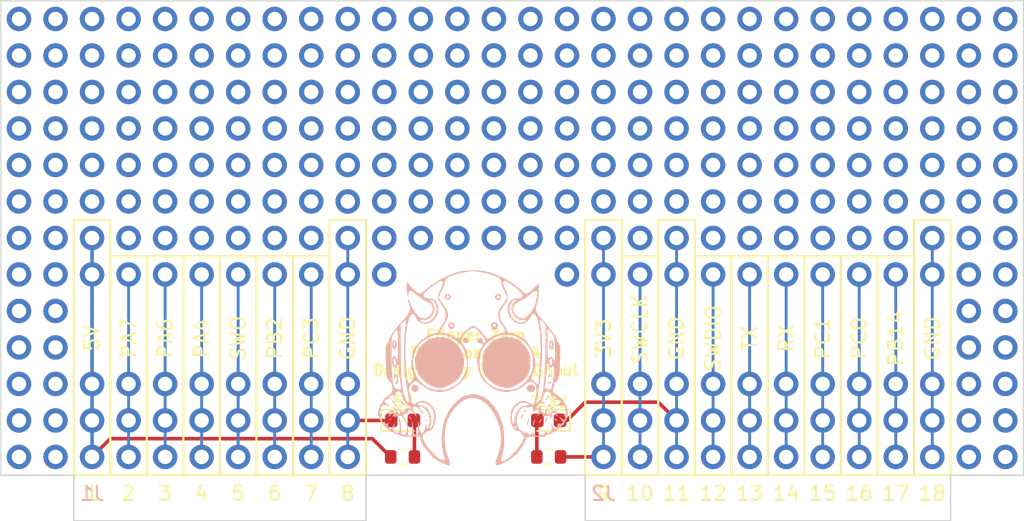
<source format=kicad_pcb>
(kicad_pcb (version 20221018) (generator pcbnew)
  (layers (0 "F.Cu" signal) (31 "B.Cu" signal) (34 "B.Paste" user) (35 "F.Paste" user) (36 "B.SilkS" user "B.Silkscreen") (37 "F.SilkS" user "F.Silkscreen") (38 "B.Mask" user) (39 "F.Mask" user) (44 "Edge.Cuts" user))
  (net 0 "")
  (footprint "Connector_PinSocket_2.54mm:PinSocket_1x01_P2.54mm_Vertical" (layer "F.Cu") (at 66.04 132.08)
    (fp_text reference "REF356" hide)
    (fp_text value "PinSocket_1x01_P2.54mm_Vertical" hide)
  )
  (footprint "Connector_PinSocket_2.54mm:PinSocket_1x01_P2.54mm_Vertical" (layer "F.Cu") (at 114.3 124.46)
    (fp_text reference "REF239" hide)
    (fp_text value "PinSocket_1x01_P2.54mm_Vertical" hide)
  )
  (footprint "Connector_PinSocket_2.54mm:PinSocket_1x01_P2.54mm_Vertical" (layer "F.Cu") (at 83.82 119.38)
    (fp_text reference "REF199" hide)
    (fp_text value "PinSocket_1x01_P2.54mm_Vertical" hide)
  )
  (footprint "Connector_PinSocket_2.54mm:PinSocket_1x01_P2.54mm_Vertical" (layer "F.Cu") (at 71.12 127)
    (fp_text reference "REF122" hide)
    (fp_text value "PinSocket_1x01_P2.54mm_Vertical" hide)
  )
  (footprint "LED_SMD:LED_0603_1608Metric" (layer "F.Cu") (at 90.17 137.16)
    (fp_text reference "D1" hide)
    (fp_text value "LED_0603_1608Metric" hide)
  )
  (footprint "Connector_PinSocket_2.54mm:PinSocket_1x01_P2.54mm_Vertical" (layer "F.Cu") (at 68.58 116.84)
    (fp_text reference "REF169" hide)
    (fp_text value "PinSocket_1x01_P2.54mm_Vertical" hide)
  )
  (footprint "Connector_PinSocket_2.54mm:PinSocket_1x01_P2.54mm_Vertical" (layer "F.Cu") (at 76.2 119.38)
    (fp_text reference "REF196" hide)
    (fp_text value "PinSocket_1x01_P2.54mm_Vertical" hide)
  )
  (footprint "Resistor_SMD:R_0603_1608Metric" (layer "F.Cu") (at 100.33 139.7)
    (fp_text reference "R2" hide)
    (fp_text value "R_0603_1608Metric" hide)
  )
  (footprint "Connector_PinSocket_2.54mm:PinSocket_1x01_P2.54mm_Vertical" (layer "F.Cu") (at 121.92 134.62)
    (fp_text reference "REF267" hide)
    (fp_text value "PinSocket_1x01_P2.54mm_Vertical" hide)
  )
  (footprint "Connector_PinSocket_2.54mm:PinSocket_1x01_P2.54mm_Vertical" (layer "F.Cu") (at 86.36 114.3)
    (fp_text reference "REF152" hide)
    (fp_text value "PinSocket_1x01_P2.54mm_Vertical" hide)
  )
  (footprint "Connector_PinSocket_2.54mm:PinSocket_1x01_P2.54mm_Vertical" (layer "F.Cu") (at 109.22 114.3)
    (fp_text reference "REF161" hide)
    (fp_text value "PinSocket_1x01_P2.54mm_Vertical" hide)
  )
  (footprint "Connector_PinSocket_2.54mm:PinSocket_1x01_P2.54mm_Vertical" (layer "F.Cu") (at 66.04 109.22)
    (fp_text reference "REF338" hide)
    (fp_text value "PinSocket_1x01_P2.54mm_Vertical" hide)
  )
  (footprint "Connector_PinSocket_2.54mm:PinSocket_1x01_P2.54mm_Vertical" (layer "F.Cu") (at 129.54 139.7)
    (fp_text reference "REF327" hide)
    (fp_text value "PinSocket_1x01_P2.54mm_Vertical" hide)
  )
  (footprint "Connector_PinSocket_2.54mm:PinSocket_1x01_P2.54mm_Vertical" (layer "F.Cu") (at 76.2 111.76)
    (fp_text reference "REF124" hide)
    (fp_text value "PinSocket_1x01_P2.54mm_Vertical" hide)
  )
  (footprint "Connector_PinSocket_2.54mm:PinSocket_1x01_P2.54mm_Vertical" (layer "F.Cu") (at 78.74 124.46)
    (fp_text reference "REF239" hide)
    (fp_text value "PinSocket_1x01_P2.54mm_Vertical" hide)
  )
  (footprint "Connector_PinSocket_2.54mm:PinSocket_1x01_P2.54mm_Vertical" (layer "F.Cu") (at 68.58 114.3)
    (fp_text reference "REF145" hide)
    (fp_text value "PinSocket_1x01_P2.54mm_Vertical" hide)
  )
  (footprint "Connector_PinSocket_2.54mm:PinSocket_1x01_P2.54mm_Vertical" (layer "F.Cu") (at 86.36 116.84)
    (fp_text reference "REF176" hide)
    (fp_text value "PinSocket_1x01_P2.54mm_Vertical" hide)
  )
  (footprint "Connector_PinSocket_2.54mm:PinSocket_1x01_P2.54mm_Vertical" (layer "F.Cu") (at 106.68 111.76)
    (fp_text reference "REF136" hide)
    (fp_text value "PinSocket_1x01_P2.54mm_Vertical" hide)
  )
  (footprint "Connector_PinSocket_2.54mm:PinSocket_1x01_P2.54mm_Vertical" (layer "F.Cu") (at 129.54 137.16)
    (fp_text reference "REF324" hide)
    (fp_text value "PinSocket_1x01_P2.54mm_Vertical" hide)
  )
  (footprint "Connector_PinSocket_2.54mm:PinSocket_1x01_P2.54mm_Vertical" (layer "F.Cu") (at 109.22 116.84)
    (fp_text reference "REF185" hide)
    (fp_text value "PinSocket_1x01_P2.54mm_Vertical" hide)
  )
  (footprint "Connector_PinSocket_2.54mm:PinSocket_1x01_P2.54mm_Vertical" (layer "F.Cu") (at 71.12 119.38)
    (fp_text reference "REF194" hide)
    (fp_text value "PinSocket_1x01_P2.54mm_Vertical" hide)
  )
  (footprint "Connector_PinSocket_2.54mm:PinSocket_1x01_P2.54mm_Vertical" (layer "F.Cu") (at 109.22 109.22)
    (fp_text reference "REF113" hide)
    (fp_text value "PinSocket_1x01_P2.54mm_Vertical" hide)
  )
  (footprint "Connector_PinSocket_2.54mm:PinSocket_1x01_P2.54mm_Vertical" (layer "F.Cu") (at 119.38 111.76)
    (fp_text reference "REF141" hide)
    (fp_text value "PinSocket_1x01_P2.54mm_Vertical" hide)
  )
  (footprint "Connector_PinSocket_2.54mm:PinSocket_1x01_P2.54mm_Vertical" (layer "F.Cu") (at 68.58 134.62)
    (fp_text reference "REF240" hide)
    (fp_text value "PinSocket_1x01_P2.54mm_Vertical" hide)
  )
  (footprint "Connector_PinSocket_2.54mm:PinSocket_1x01_P2.54mm_Vertical" (layer "F.Cu") (at 73.66 121.92)
    (fp_text reference "REF219" hide)
    (fp_text value "PinSocket_1x01_P2.54mm_Vertical" hide)
  )
  (footprint "Connector_PinSocket_2.54mm:PinSocket_1x01_P2.54mm_Vertical" (layer "F.Cu") (at 63.5 132.08)
    (fp_text reference "REF355" hide)
    (fp_text value "PinSocket_1x01_P2.54mm_Vertical" hide)
  )
  (footprint "Connector_PinSocket_2.54mm:PinSocket_1x01_P2.54mm_Vertical" (layer "F.Cu") (at 127 121.92)
    (fp_text reference "REF239" hide)
    (fp_text value "PinSocket_1x01_P2.54mm_Vertical" hide)
  )
  (footprint "Connector_PinSocket_2.54mm:PinSocket_1x01_P2.54mm_Vertical" (layer "F.Cu") (at 111.76 116.84)
    (fp_text reference "REF186" hide)
    (fp_text value "PinSocket_1x01_P2.54mm_Vertical" hide)
  )
  (footprint "Connector_PinSocket_2.54mm:PinSocket_1x01_P2.54mm_Vertical" (layer "F.Cu") (at 101.6 127)
    (fp_text reference "REF245" hide)
    (fp_text value "PinSocket_1x01_P2.54mm_Vertical" hide)
  )
  (footprint "Connector_PinSocket_2.54mm:PinSocket_1x01_P2.54mm_Vertical" (layer "F.Cu") (at 119.38 121.92)
    (fp_text reference "REF237" hide)
    (fp_text value "PinSocket_1x01_P2.54mm_Vertical" hide)
  )
  (footprint "Connector_PinSocket_2.54mm:PinSocket_1x01_P2.54mm_Vertical" (layer "F.Cu") (at 127 134.62)
    (fp_text reference "REF269" hide)
    (fp_text value "PinSocket_1x01_P2.54mm_Vertical" hide)
  )
  (footprint "Connector_PinSocket_2.54mm:PinSocket_1x01_P2.54mm_Vertical" (layer "F.Cu") (at 83.82 121.92)
    (fp_text reference "REF223" hide)
    (fp_text value "PinSocket_1x01_P2.54mm_Vertical" hide)
  )
  (footprint "Connector_PinSocket_2.54mm:PinSocket_1x01_P2.54mm_Vertical" (layer "F.Cu") (at 81.28 116.84)
    (fp_text reference "REF174" hide)
    (fp_text value "PinSocket_1x01_P2.54mm_Vertical" hide)
  )
  (footprint "Connector_PinSocket_2.54mm:PinSocket_1x01_P2.54mm_Vertical" (layer "F.Cu") (at 88.9 116.84)
    (fp_text reference "REF177" hide)
    (fp_text value "PinSocket_1x01_P2.54mm_Vertical" hide)
  )
  (footprint "Connector_PinSocket_2.54mm:PinSocket_1x01_P2.54mm_Vertical" (layer "F.Cu") (at 83.82 109.22)
    (fp_text reference "REF103" hide)
    (fp_text value "PinSocket_1x01_P2.54mm_Vertical" hide)
  )
  (footprint "Connector_PinSocket_2.54mm:PinSocket_1x01_P2.54mm_Vertical" (layer "F.Cu") (at 124.46 111.76)
    (fp_text reference "REF143" hide)
    (fp_text value "PinSocket_1x01_P2.54mm_Vertical" hide)
  )
  (footprint "Connector_PinSocket_2.54mm:PinSocket_1x01_P2.54mm_Vertical" (layer "F.Cu") (at 68.58 127)
    (fp_text reference "REF121" hide)
    (fp_text value "PinSocket_1x01_P2.54mm_Vertical" hide)
  )
  (footprint "Connector_PinSocket_2.54mm:PinSocket_1x01_P2.54mm_Vertical" (layer "F.Cu") (at 111.76 134.62)
    (fp_text reference "REF263" hide)
    (fp_text value "PinSocket_1x01_P2.54mm_Vertical" hide)
  )
  (footprint "Connector_PinSocket_2.54mm:PinSocket_1x01_P2.54mm_Vertical" (layer "F.Cu") (at 101.6 121.92)
    (fp_text reference "REF230" hide)
    (fp_text value "PinSocket_1x01_P2.54mm_Vertical" hide)
  )
  (footprint "Connector_PinSocket_2.54mm:PinSocket_1x01_P2.54mm_Vertical" (layer "F.Cu") (at 121.92 121.92)
    (fp_text reference "REF238" hide)
    (fp_text value "PinSocket_1x01_P2.54mm_Vertical" hide)
  )
  (footprint "Connector_PinSocket_2.54mm:PinSocket_1x01_P2.54mm_Vertical" (layer "F.Cu") (at 129.54 129.54)
    (fp_text reference "REF315" hide)
    (fp_text value "PinSocket_1x01_P2.54mm_Vertical" hide)
  )
  (footprint "Connector_PinSocket_2.54mm:PinSocket_1x01_P2.54mm_Vertical" (layer "F.Cu") (at 63.5 109.22)
    (fp_text reference "REF337" hide)
    (fp_text value "PinSocket_1x01_P2.54mm_Vertical" hide)
  )
  (footprint "Connector_PinSocket_2.54mm:PinSocket_1x01_P2.54mm_Vertical" (layer "F.Cu") (at 66.04 114.3)
    (fp_text reference "REF342" hide)
    (fp_text value "PinSocket_1x01_P2.54mm_Vertical" hide)
  )
  (footprint "Connector_PinSocket_2.54mm:PinSocket_1x01_P2.54mm_Vertical" (layer "F.Cu") (at 129.54 119.38)
    (fp_text reference "REF303" hide)
    (fp_text value "PinSocket_1x01_P2.54mm_Vertical" hide)
  )
  (footprint "Connector_PinSocket_2.54mm:PinSocket_1x01_P2.54mm_Vertical" (layer "F.Cu") (at 129.54 124.46)
    (fp_text reference "REF309" hide)
    (fp_text value "PinSocket_1x01_P2.54mm_Vertical" hide)
  )
  (footprint "Connector_PinSocket_2.54mm:PinSocket_1x01_P2.54mm_Vertical" (layer "F.Cu") (at 109.22 134.62)
    (fp_text reference "REF262" hide)
    (fp_text value "PinSocket_1x01_P2.54mm_Vertical" hide)
  )
  (footprint "Connector_PinSocket_2.54mm:PinSocket_1x01_P2.54mm_Vertical" (layer "F.Cu") (at 71.12 121.92)
    (fp_text reference "REF218" hide)
    (fp_text value "PinSocket_1x01_P2.54mm_Vertical" hide)
  )
  (footprint "Connector_PinSocket_2.54mm:PinSocket_1x01_P2.54mm_Vertical" (layer "F.Cu") (at 63.5 119.38)
    (fp_text reference "REF345" hide)
    (fp_text value "PinSocket_1x01_P2.54mm_Vertical" hide)
  )
  (footprint "Connector_PinSocket_2.54mm:PinSocket_1x01_P2.54mm_Vertical" (layer "F.Cu") (at 129.54 109.22)
    (fp_text reference "REF291" hide)
    (fp_text value "PinSocket_1x01_P2.54mm_Vertical" hide)
  )
  (footprint "Connector_PinSocket_2.54mm:PinSocket_1x01_P2.54mm_Vertical" (layer "F.Cu") (at 66.04 129.54)
    (fp_text reference "REF354" hide)
    (fp_text value "PinSocket_1x01_P2.54mm_Vertical" hide)
  )
  (footprint "Connector_PinSocket_2.54mm:PinSocket_1x01_P2.54mm_Vertical" (layer "F.Cu") (at 71.12 109.22)
    (fp_text reference "REF98" hide)
    (fp_text value "PinSocket_1x01_P2.54mm_Vertical" hide)
  )
  (footprint "Connector_PinSocket_2.54mm:PinSocket_1x01_P2.54mm_Vertical" (layer "F.Cu") (at 66.04 137.16)
    (fp_text reference "REF360" hide)
    (fp_text value "PinSocket_1x01_P2.54mm_Vertical" hide)
  )
  (footprint "Connector_PinSocket_2.54mm:PinSocket_1x01_P2.54mm_Vertical" (layer "F.Cu") (at 86.36 134.62)
    (fp_text reference "REF252" hide)
    (fp_text value "PinSocket_1x01_P2.54mm_Vertical" hide)
  )
  (footprint "Connector_PinSocket_2.54mm:PinSocket_1x01_P2.54mm_Vertical" (layer "F.Cu") (at 129.54 116.84)
    (fp_text reference "REF300" hide)
    (fp_text value "PinSocket_1x01_P2.54mm_Vertical" hide)
  )
  (footprint "Connector_PinSocket_2.54mm:PinSocket_1x01_P2.54mm_Vertical" (layer "F.Cu") (at 86.36 121.92)
    (fp_text reference "REF239" hide)
    (fp_text value "PinSocket_1x01_P2.54mm_Vertical" hide)
  )
  (footprint "Connector_PinSocket_2.54mm:PinSocket_1x01_P2.54mm_Vertical" (layer "F.Cu") (at 132.08 111.76)
    (fp_text reference "REF295" hide)
    (fp_text value "PinSocket_1x01_P2.54mm_Vertical" hide)
  )
  (footprint "Connector_PinSocket_2.54mm:PinSocket_1x01_P2.54mm_Vertical" (layer "F.Cu") (at 119.38 114.3)
    (fp_text reference "REF165" hide)
    (fp_text value "PinSocket_1x01_P2.54mm_Vertical" hide)
  )
  (footprint "Connector_PinSocket_2.54mm:PinSocket_1x01_P2.54mm_Vertical" (layer "F.Cu") (at 111.76 127)
    (fp_text reference "REF186" hide)
    (fp_text value "PinSocket_1x01_P2.54mm_Vertical" hide)
  )
  (footprint "Connector_PinSocket_2.54mm:PinSocket_1x01_P2.54mm_Vertical" (layer "F.Cu") (at 81.28 111.76)
    (fp_text reference "REF126" hide)
    (fp_text value "PinSocket_1x01_P2.54mm_Vertical" hide)
  )
  (footprint "Connector_PinSocket_2.54mm:PinSocket_1x01_P2.54mm_Vertical" (layer "F.Cu") (at 78.74 119.38)
    (fp_text reference "REF197" hide)
    (fp_text value "PinSocket_1x01_P2.54mm_Vertical" hide)
  )
  (footprint "Connector_PinSocket_2.54mm:PinSocket_1x01_P2.54mm_Vertical" (layer "F.Cu") (at 68.58 119.38)
    (fp_text reference "REF193" hide)
    (fp_text value "PinSocket_1x01_P2.54mm_Vertical" hide)
  )
  (footprint "Connector_PinSocket_2.54mm:PinSocket_1x01_P2.54mm_Vertical" (layer "F.Cu") (at 99.06 116.84)
    (fp_text reference "REF181" hide)
    (fp_text value "PinSocket_1x01_P2.54mm_Vertical" hide)
  )
  (footprint "Connector_PinSocket_2.54mm:PinSocket_1x01_P2.54mm_Vertical" (layer "F.Cu") (at 106.68 124.46)
    (fp_text reference "REF239" hide)
    (fp_text value "PinSocket_1x01_P2.54mm_Vertical" hide)
  )
  (footprint "Connector_PinSocket_2.54mm:PinSocket_1x01_P2.54mm_Vertical" (layer "F.Cu") (at 66.04 116.84)
    (fp_text reference "REF344" hide)
    (fp_text value "PinSocket_1x01_P2.54mm_Vertical" hide)
  )
  (footprint "Connector_PinSocket_2.54mm:PinSocket_1x01_P2.54mm_Vertical" (layer "F.Cu") (at 101.6 109.22)
    (fp_text reference "REF110" hide)
    (fp_text value "PinSocket_1x01_P2.54mm_Vertical" hide)
  )
  (footprint "Connector_PinSocket_2.54mm:PinSocket_1x01_P2.54mm_Vertical" (layer "F.Cu") (at 68.58 111.76)
    (fp_text reference "REF121" hide)
    (fp_text value "PinSocket_1x01_P2.54mm_Vertical" hide)
  )
  (footprint "Connector_PinSocket_2.54mm:PinSocket_1x01_P2.54mm_Vertical" (layer "F.Cu") (at 76.2 124.46)
    (fp_text reference "REF239" hide)
    (fp_text value "PinSocket_1x01_P2.54mm_Vertical" hide)
  )
  (footprint "Connector_PinSocket_2.54mm:PinSocket_1x01_P2.54mm_Vertical" (layer "F.Cu") (at 119.38 134.62)
    (fp_text reference "REF266" hide)
    (fp_text value "PinSocket_1x01_P2.54mm_Vertical" hide)
  )
  (footprint "Connector_PinSocket_2.54mm:PinSocket_1x01_P2.54mm_Vertical" (layer "F.Cu") (at 111.76 119.38)
    (fp_text reference "REF210" hide)
    (fp_text value "PinSocket_1x01_P2.54mm_Vertical" hide)
  )
  (footprint "Connector_PinSocket_2.54mm:PinSocket_1x01_P2.54mm_Vertical" (layer "F.Cu") (at 104.14 134.62)
    (fp_text reference "REF240" hide)
    (fp_text value "PinSocket_1x01_P2.54mm_Vertical" hide)
  )
  (footprint "Connector_PinSocket_2.54mm:PinSocket_1x01_P2.54mm_Vertical" (layer "F.Cu") (at 124.46 134.62)
    (fp_text reference "REF268" hide)
    (fp_text value "PinSocket_1x01_P2.54mm_Vertical" hide)
  )
  (footprint "Connector_PinSocket_2.54mm:PinSocket_1x01_P2.54mm_Vertical" (layer "F.Cu") (at 81.28 121.92)
    (fp_text reference "REF222" hide)
    (fp_text value "PinSocket_1x01_P2.54mm_Vertical" hide)
  )
  (footprint "Connector_PinSocket_2.54mm:PinSocket_1x01_P2.54mm_Vertical" (layer "F.Cu") (at 129.54 121.92)
    (fp_text reference "REF306" hide)
    (fp_text value "PinSocket_1x01_P2.54mm_Vertical" hide)
  )
  (footprint "Connector_PinSocket_2.54mm:PinSocket_1x01_P2.54mm_Vertical" (layer "F.Cu") (at 111.76 121.92)
    (fp_text reference "REF234" hide)
    (fp_text value "PinSocket_1x01_P2.54mm_Vertical" hide)
  )
  (footprint "Connector_PinSocket_2.54mm:PinSocket_1x01_P2.54mm_Vertical" (layer "F.Cu") (at 124.46 127)
    (fp_text reference "REF191" hide)
    (fp_text value "PinSocket_1x01_P2.54mm_Vertical" hide)
  )
  (footprint "Connector_PinSocket_2.54mm:PinSocket_1x01_P2.54mm_Vertical" (layer "F.Cu") (at 71.12 124.46)
    (fp_text reference "REF239" hide)
    (fp_text value "PinSocket_1x01_P2.54mm_Vertical" hide)
  )
  (footprint "Connector_PinSocket_2.54mm:PinSocket_1x01_P2.54mm_Vertical" (layer "F.Cu") (at 119.38 116.84)
    (fp_text reference "REF189" hide)
    (fp_text value "PinSocket_1x01_P2.54mm_Vertical" hide)
  )
  (footprint "Connector_PinSocket_2.54mm:PinSocket_1x01_P2.54mm_Vertical" (layer "F.Cu") (at 76.2 134.62)
    (fp_text reference "REF248" hide)
    (fp_text value "PinSocket_1x01_P2.54mm_Vertical" hide)
  )
  (footprint "Connector_PinSocket_2.54mm:PinSocket_1x01_P2.54mm_Vertical" (layer "F.Cu") (at 99.06 119.38)
    (fp_text reference "REF205" hide)
    (fp_text value "PinSocket_1x01_P2.54mm_Vertical" hide)
  )
  (footprint "Connector_PinSocket_2.54mm:PinSocket_1x01_P2.54mm_Vertical" (layer "F.Cu") (at 114.3 119.38)
    (fp_text reference "REF211" hide)
    (fp_text value "PinSocket_1x01_P2.54mm_Vertical" hide)
  )
  (footprint "Connector_PinSocket_2.54mm:PinSocket_1x01_P2.54mm_Vertical" (layer "F.Cu") (at 121.92 109.22)
    (fp_text reference "REF118" hide)
    (fp_text value "PinSocket_1x01_P2.54mm_Vertical" hide)
  )
  (footprint "Connector_PinSocket_2.54mm:PinSocket_1x01_P2.54mm_Vertical" (layer "F.Cu") (at 116.84 124.46)
    (fp_text reference "REF239" hide)
    (fp_text value "PinSocket_1x01_P2.54mm_Vertical" hide)
  )
  (footprint "Connector_PinSocket_2.54mm:PinSocket_1x01_P2.54mm_Vertical" (layer "F.Cu") (at 76.2 121.92)
    (fp_text reference "REF220" hide)
    (fp_text value "PinSocket_1x01_P2.54mm_Vertical" hide)
  )
  (footprint "Connector_PinSocket_2.54mm:PinSocket_1x01_P2.54mm_Vertical" (layer "F.Cu") (at 93.98 116.84)
    (fp_text reference "REF179" hide)
    (fp_text value "PinSocket_1x01_P2.54mm_Vertical" hide)
  )
  (footprint "Connector_PinSocket_2.54mm:PinSocket_1x01_P2.54mm_Vertical" (layer "F.Cu") (at 78.74 121.92)
    (fp_text reference "REF221" hide)
    (fp_text value "PinSocket_1x01_P2.54mm_Vertical" hide)
  )
  (footprint "Resistor_SMD:R_0603_1608Metric" (layer "F.Cu") (at 90.17 139.7)
    (fp_text reference "R1" hide)
    (fp_text value "R_0603_1608Metric" hide)
  )
  (footprint "Connector_PinSocket_2.54mm:PinSocket_1x01_P2.54mm_Vertical" (layer "F.Cu") (at 132.08 132.08)
    (fp_text reference "REF319" hide)
    (fp_text value "PinSocket_1x01_P2.54mm_Vertical" hide)
  )
  (footprint "Connector_PinSocket_2.54mm:PinSocket_1x01_P2.54mm_Vertical" (layer "F.Cu") (at 101.6 116.84)
    (fp_text reference "REF182" hide)
    (fp_text value "PinSocket_1x01_P2.54mm_Vertical" hide)
  )
  (footprint "Connector_PinSocket_2.54mm:PinSocket_1x01_P2.54mm_Vertical" (layer "F.Cu") (at 66.04 134.62)
    (fp_text reference "REF358" hide)
    (fp_text value "PinSocket_1x01_P2.54mm_Vertical" hide)
  )
  (footprint "Connector_PinSocket_2.54mm:PinSocket_1x01_P2.54mm_Vertical" (layer "F.Cu") (at 109.22 127)
    (fp_text reference "REF185" hide)
    (fp_text value "PinSocket_1x01_P2.54mm_Vertical" hide)
  )
  (footprint "Connector_PinSocket_2.54mm:PinSocket_1x01_P2.54mm_Vertical" (layer "F.Cu") (at 96.52 111.76)
    (fp_text reference "REF132" hide)
    (fp_text value "PinSocket_1x01_P2.54mm_Vertical" hide)
  )
  (footprint "Connector_PinSocket_2.54mm:PinSocket_1x01_P2.54mm_Vertical" (layer "F.Cu") (at 119.38 137.16)
    (fp_text reference "REF276" hide)
    (fp_text value "PinSocket_1x01_P2.54mm_Vertical" hide)
  )
  (footprint "Connector_PinSocket_2.54mm:PinSocket_1x01_P2.54mm_Vertical" (layer "F.Cu") (at 132.08 124.46)
    (fp_text reference "REF310" hide)
    (fp_text value "PinSocket_1x01_P2.54mm_Vertical" hide)
  )
  (footprint "Connector_PinSocket_2.54mm:PinSocket_1x01_P2.54mm_Vertical" (layer "F.Cu") (at 124.46 119.38)
    (fp_text reference "REF215" hide)
    (fp_text value "PinSocket_1x01_P2.54mm_Vertical" hide)
  )
  (footprint "Connector_PinSocket_2.54mm:PinSocket_1x01_P2.54mm_Vertical" (layer "F.Cu") (at 109.22 137.16)
    (fp_text reference "REF272" hide)
    (fp_text value "PinSocket_1x01_P2.54mm_Vertical" hide)
  )
  (footprint "Connector_PinSocket_2.54mm:PinSocket_1x01_P2.54mm_Vertical" (layer "F.Cu") (at 106.68 127)
    (fp_text reference "REF184" hide)
    (fp_text value "PinSocket_1x01_P2.54mm_Vertical" hide)
  )
  (footprint "Connector_PinSocket_2.54mm:PinSocket_1x01_P2.54mm_Vertical" (layer "F.Cu") (at 63.5 139.7)
    (fp_text reference "REF361" hide)
    (fp_text value "PinSocket_1x01_P2.54mm_Vertical" hide)
  )
  (footprint "Connector_PinSocket_2.54mm:PinSocket_1x01_P2.54mm_Vertical" (layer "F.Cu") (at 68.58 137.16)
    (fp_text reference "REF253" hide)
    (fp_text value "PinSocket_1x01_P2.54mm_Vertical" hide)
  )
  (footprint "Connector_PinSocket_2.54mm:PinSocket_1x01_P2.54mm_Vertical" (layer "F.Cu") (at 109.22 124.46)
    (fp_text reference "REF233" hide)
    (fp_text value "PinSocket_1x01_P2.54mm_Vertical" hide)
  )
  (footprint "Connector_PinSocket_2.54mm:PinSocket_1x01_P2.54mm_Vertical" (layer "F.Cu") (at 127 124.46)
    (fp_text reference "REF240" hide)
    (fp_text value "PinSocket_1x01_P2.54mm_Vertical" hide)
  )
  (footprint "Connector_PinSocket_2.54mm:PinSocket_1x01_P2.54mm_Vertical" (layer "F.Cu") (at 129.54 127)
    (fp_text reference "REF312" hide)
    (fp_text value "PinSocket_1x01_P2.54mm_Vertical" hide)
  )
  (footprint "Connector_PinSocket_2.54mm:PinSocket_1x01_P2.54mm_Vertical" (layer "F.Cu") (at 73.66 137.16)
    (fp_text reference "REF255" hide)
    (fp_text value "PinSocket_1x01_P2.54mm_Vertical" hide)
  )
  (footprint "Connector_PinSocket_2.54mm:PinSocket_1x01_P2.54mm_Vertical" (layer "F.Cu") (at 91.44 109.22)
    (fp_text reference "REF106" hide)
    (fp_text value "PinSocket_1x01_P2.54mm_Vertical" hide)
  )
  (footprint "Connector_PinSocket_2.54mm:PinSocket_1x01_P2.54mm_Vertical" (layer "F.Cu") (at 129.54 134.62)
    (fp_text reference "REF321" hide)
    (fp_text value "PinSocket_1x01_P2.54mm_Vertical" hide)
  )
  (footprint "Connector_PinSocket_2.54mm:PinSocket_1x01_P2.54mm_Vertical" (layer "F.Cu") (at 71.12 111.76)
    (fp_text reference "REF122" hide)
    (fp_text value "PinSocket_1x01_P2.54mm_Vertical" hide)
  )
  (footprint "Connector_PinSocket_2.54mm:PinSocket_1x01_P2.54mm_Vertical" (layer "F.Cu") (at 93.98 124.46)
    (fp_text reference "REF242" hide)
    (fp_text value "PinSocket_1x01_P2.54mm_Vertical" hide)
  )
  (footprint "Connector_PinSocket_2.54mm:PinSocket_1x01_P2.54mm_Vertical" (layer "F.Cu") (at 116.84 119.38)
    (fp_text reference "REF212" hide)
    (fp_text value "PinSocket_1x01_P2.54mm_Vertical" hide)
  )
  (footprint "Connector_PinSocket_2.54mm:PinSocket_1x01_P2.54mm_Vertical" (layer "F.Cu") (at 114.3 137.16)
    (fp_text reference "REF274" hide)
    (fp_text value "PinSocket_1x01_P2.54mm_Vertical" hide)
  )
  (footprint "Connector_PinSocket_2.54mm:PinSocket_1x01_P2.54mm_Vertical" (layer "F.Cu") (at 101.6 124.46)
    (fp_text reference "REF245" hide)
    (fp_text value "PinSocket_1x01_P2.54mm_Vertical" hide)
  )
  (footprint "Connector_PinSocket_2.54mm:PinSocket_1x01_P2.54mm_Vertical" (layer "F.Cu") (at 78.74 114.3)
    (fp_text reference "REF149" hide)
    (fp_text value "PinSocket_1x01_P2.54mm_Vertical" hide)
  )
  (footprint "Connector_PinSocket_2.54mm:PinSocket_1x01_P2.54mm_Vertical" (layer "F.Cu") (at 73.66 111.76)
    (fp_text reference "REF123" hide)
    (fp_text value "PinSocket_1x01_P2.54mm_Vertical" hide)
  )
  (footprint "Connector_PinSocket_2.54mm:PinSocket_1x01_P2.54mm_Vertical" (layer "F.Cu") (at 119.38 109.22)
    (fp_text reference "REF117" hide)
    (fp_text value "PinSocket_1x01_P2.54mm_Vertical" hide)
  )
  (footprint "Connector_PinSocket_2.54mm:PinSocket_1x01_P2.54mm_Vertical" (layer "F.Cu") (at 81.28 127)
    (fp_text reference "REF126" hide)
    (fp_text value "PinSocket_1x01_P2.54mm_Vertical" hide)
  )
  (footprint "Connector_PinSocket_2.54mm:PinSocket_1x01_P2.54mm_Vertical" (layer "F.Cu") (at 96.52 116.84)
    (fp_text reference "REF180" hide)
    (fp_text value "PinSocket_1x01_P2.54mm_Vertical" hide)
  )
  (footprint "Connector_PinSocket_2.54mm:PinSocket_1x01_P2.54mm_Vertical" (layer "F.Cu") (at 99.06 121.92)
    (fp_text reference "REF229" hide)
    (fp_text value "PinSocket_1x01_P2.54mm_Vertical" hide)
  )
  (footprint "Connector_PinSocket_2.54mm:PinSocket_1x01_P2.54mm_Vertical" (layer "F.Cu") (at 106.68 137.16)
    (fp_text reference "REF271" hide)
    (fp_text value "PinSocket_1x01_P2.54mm_Vertical" hide)
  )
  (footprint "Connector_PinSocket_2.54mm:PinSocket_1x01_P2.54mm_Vertical" (layer "F.Cu") (at 124.46 114.3)
    (fp_text reference "REF167" hide)
    (fp_text value "PinSocket_1x01_P2.54mm_Vertical" hide)
  )
  (footprint "Connector_PinSocket_2.54mm:PinSocket_1x01_P2.54mm_Vertical" (layer "F.Cu") (at 132.08 109.22)
    (fp_text reference "REF292" hide)
    (fp_text value "PinSocket_1x01_P2.54mm_Vertical" hide)
  )
  (footprint "Connector_PinSocket_2.54mm:PinSocket_1x01_P2.54mm_Vertical" (layer "F.Cu") (at 63.5 116.84)
    (fp_text reference "REF343" hide)
    (fp_text value "PinSocket_1x01_P2.54mm_Vertical" hide)
  )
  (footprint "Connector_PinSocket_2.54mm:PinSocket_1x01_P2.54mm_Vertical" (layer "F.Cu") (at 83.82 116.84)
    (fp_text reference "REF175" hide)
    (fp_text value "PinSocket_1x01_P2.54mm_Vertical" hide)
  )
  (footprint "Connector_PinSocket_2.54mm:PinSocket_1x01_P2.54mm_Vertical" (layer "F.Cu") (at 81.28 134.62)
    (fp_text reference "REF250" hide)
    (fp_text value "PinSocket_1x01_P2.54mm_Vertical" hide)
  )
  (footprint "Connector_PinSocket_2.54mm:PinSocket_1x01_P2.54mm_Vertical" (layer "F.Cu") (at 99.06 114.3)
    (fp_text reference "REF157" hide)
    (fp_text value "PinSocket_1x01_P2.54mm_Vertical" hide)
  )
  (footprint "Connector_PinSocket_2.54mm:PinSocket_1x01_P2.54mm_Vertical" (layer "F.Cu") (at 114.3 134.62)
    (fp_text reference "REF264" hide)
    (fp_text value "PinSocket_1x01_P2.54mm_Vertical" hide)
  )
  (footprint "Connector_PinSocket_2.54mm:PinSocket_1x01_P2.54mm_Vertical" (layer "F.Cu") (at 104.14 119.38)
    (fp_text reference "REF207" hide)
    (fp_text value "PinSocket_1x01_P2.54mm_Vertical" hide)
  )
  (footprint "Connector_PinSocket_2.54mm:PinSocket_1x01_P2.54mm_Vertical" (layer "F.Cu") (at 96.52 121.92)
    (fp_text reference "REF228" hide)
    (fp_text value "PinSocket_1x01_P2.54mm_Vertical" hide)
  )
  (footprint "Connector_PinSocket_2.54mm:PinSocket_1x01_P2.54mm_Vertical" (layer "F.Cu") (at 71.12 137.16)
    (fp_text reference "REF254" hide)
    (fp_text value "PinSocket_1x01_P2.54mm_Vertical" hide)
  )
  (footprint "Connector_PinSocket_2.54mm:PinSocket_1x01_P2.54mm_Vertical" (layer "F.Cu") (at 78.74 116.84)
    (fp_text reference "REF173" hide)
    (fp_text value "PinSocket_1x01_P2.54mm_Vertical" hide)
  )
  (footprint "Connector_PinSocket_2.54mm:PinSocket_1x01_P2.54mm_Vertical" (layer "F.Cu") (at 68.58 109.22)
    (fp_text reference "REF97" hide)
    (fp_text value "PinSocket_1x01_P2.54mm_Vertical" hide)
  )
  (footprint "Connector_PinSocket_2.54mm:PinSocket_1x01_P2.54mm_Vertical" (layer "F.Cu") (at 106.68 121.92)
    (fp_text reference "REF232" hide)
    (fp_text value "PinSocket_1x01_P2.54mm_Vertical" hide)
  )
  (footprint "Connector_PinSocket_2.54mm:PinSocket_1x01_P2.54mm_Vertical" (layer "F.Cu") (at 86.36 137.16)
    (fp_text reference "REF260" hide)
    (fp_text value "PinSocket_1x01_P2.54mm_Vertical" hide)
  )
  (footprint "Connector_PinSocket_2.54mm:PinSocket_1x01_P2.54mm_Vertical" (layer "F.Cu") (at 127 127)
    (fp_text reference "REF192" hide)
    (fp_text value "PinSocket_1x01_P2.54mm_Vertical" hide)
  )
  (footprint "Connector_PinSocket_2.54mm:PinSocket_1x01_P2.54mm_Vertical" (layer "F.Cu") (at 101.6 114.3)
    (fp_text reference "REF158" hide)
    (fp_text value "PinSocket_1x01_P2.54mm_Vertical" hide)
  )
  (footprint "Connector_PinSocket_2.54mm:PinSocket_1x01_P2.54mm_Vertical" (layer "F.Cu") (at 99.06 124.46)
    (fp_text reference "REF244" hide)
    (fp_text value "PinSocket_1x01_P2.54mm_Vertical" hide)
  )
  (footprint "Connector_PinSocket_2.54mm:PinSocket_1x01_P2.54mm_Vertical" (layer "F.Cu") (at 132.08 127)
    (fp_text reference "REF313" hide)
    (fp_text value "PinSocket_1x01_P2.54mm_Vertical" hide)
  )
  (footprint "Connector_PinSocket_2.54mm:PinSocket_1x01_P2.54mm_Vertical" (layer "F.Cu") (at 96.52 114.3)
    (fp_text reference "REF156" hide)
    (fp_text value "PinSocket_1x01_P2.54mm_Vertical" hide)
  )
  (footprint "Connector_PinSocket_2.54mm:PinSocket_1x01_P2.54mm_Vertical" (layer "F.Cu") (at 114.3 121.92)
    (fp_text reference "REF235" hide)
    (fp_text value "PinSocket_1x01_P2.54mm_Vertical" hide)
  )
  (footprint "Connector_PinSocket_2.54mm:PinSocket_1x01_P2.54mm_Vertical" (layer "F.Cu") (at 68.58 124.46)
    (fp_text reference "REF217" hide)
    (fp_text value "PinSocket_1x01_P2.54mm_Vertical" hide)
  )
  (footprint "Connector_PinSocket_2.54mm:PinSocket_1x01_P2.54mm_Vertical" (layer "F.Cu") (at 88.9 109.22)
    (fp_text reference "REF105" hide)
    (fp_text value "PinSocket_1x01_P2.54mm_Vertical" hide)
  )
  (footprint "Connector_PinSocket_2.54mm:PinSocket_1x01_P2.54mm_Vertical" (layer "F.Cu") (at 81.28 124.46)
    (fp_text reference "REF239" hide)
    (fp_text value "PinSocket_1x01_P2.54mm_Vertical" hide)
  )
  (footprint "Connector_PinSocket_2.54mm:PinSocket_1x01_P2.54mm_Vertical" (layer "F.Cu") (at 124.46 116.84)
    (fp_text reference "REF191" hide)
    (fp_text value "PinSocket_1x01_P2.54mm_Vertical" hide)
  )
  (footprint "Connector_PinSocket_2.54mm:PinSocket_1x01_P2.54mm_Vertical" (layer "F.Cu") (at 99.06 111.76)
    (fp_text reference "REF133" hide)
    (fp_text value "PinSocket_1x01_P2.54mm_Vertical" hide)
  )
  (footprint "Connector_PinSocket_2.54mm:PinSocket_1x01_P2.54mm_Vertical" (layer "F.Cu") (at 91.44 114.3)
    (fp_text reference "REF154" hide)
    (fp_text value "PinSocket_1x01_P2.54mm_Vertical" hide)
  )
  (footprint "Connector_PinSocket_2.54mm:PinSocket_1x01_P2.54mm_Vertical" (layer "F.Cu") (at 124.46 137.16)
    (fp_text reference "REF278" hide)
    (fp_text value "PinSocket_1x01_P2.54mm_Vertical" hide)
  )
  (footprint "Connector_PinSocket_2.54mm:PinSocket_1x01_P2.54mm_Vertical" (layer "F.Cu") (at 132.08 116.84)
    (fp_text reference "REF301" hide)
    (fp_text value "PinSocket_1x01_P2.54mm_Vertical" hide)
  )
  (footprint "Connector_PinSocket_2.54mm:PinSocket_1x01_P2.54mm_Vertical" (layer "F.Cu") (at 127 116.84)
    (fp_text reference "REF192" hide)
    (fp_text value "PinSocket_1x01_P2.54mm_Vertical" hide)
  )
  (footprint "Connector_PinSocket_2.54mm:PinSocket_1x01_P2.54mm_Vertical" (layer "F.Cu") (at 88.9 121.92)
    (fp_text reference "REF225" hide)
    (fp_text value "PinSocket_1x01_P2.54mm_Vertical" hide)
  )
  (footprint "Connector_PinSocket_2.54mm:PinSocket_1x01_P2.54mm_Vertical" (layer "F.Cu") (at 78.74 111.76)
    (fp_text reference "REF125" hide)
    (fp_text value "PinSocket_1x01_P2.54mm_Vertical" hide)
  )
  (footprint "Connector_PinSocket_2.54mm:PinSocket_1x01_P2.54mm_Vertical" (layer "F.Cu") (at 132.08 129.54)
    (fp_text reference "REF316" hide)
    (fp_text value "PinSocket_1x01_P2.54mm_Vertical" hide)
  )
  (footprint "Connector_PinSocket_2.54mm:PinSocket_1x01_P2.54mm_Vertical" (layer "F.Cu") (at 129.54 132.08)
    (fp_text reference "REF318" hide)
    (fp_text value "PinSocket_1x01_P2.54mm_Vertical" hide)
  )
  (footprint "Connector_PinSocket_2.54mm:PinSocket_1x01_P2.54mm_Vertical" (layer "F.Cu") (at 111.76 114.3)
    (fp_text reference "REF162" hide)
    (fp_text value "PinSocket_1x01_P2.54mm_Vertical" hide)
  )
  (footprint "Connector_PinSocket_2.54mm:PinSocket_1x01_P2.54mm_Vertical" (layer "F.Cu") (at 127 137.16)
    (fp_text reference "REF279" hide)
    (fp_text value "PinSocket_1x01_P2.54mm_Vertical" hide)
  )
  (footprint "Connector_PinSocket_2.54mm:PinSocket_1x01_P2.54mm_Vertical" (layer "F.Cu") (at 114.3 116.84)
    (fp_text reference "REF187" hide)
    (fp_text value "PinSocket_1x01_P2.54mm_Vertical" hide)
  )
  (footprint "Connector_PinSocket_2.54mm:PinSocket_1x01_P2.54mm_Vertical" (layer "F.Cu") (at 121.92 114.3)
    (fp_text reference "REF166" hide)
    (fp_text value "PinSocket_1x01_P2.54mm_Vertical" hide)
  )
  (footprint "Connector_PinSocket_2.54mm:PinSocket_1x01_P2.54mm_Vertical" (layer "F.Cu") (at 73.66 116.84)
    (fp_text reference "REF171" hide)
    (fp_text value "PinSocket_1x01_P2.54mm_Vertical" hide)
  )
  (footprint "Connector_PinSocket_2.54mm:PinSocket_1x01_P2.54mm_Vertical" (layer "F.Cu") (at 81.28 137.16)
    (fp_text reference "REF258" hide)
    (fp_text value "PinSocket_1x01_P2.54mm_Vertical" hide)
  )
  (footprint "Connector_PinSocket_2.54mm:PinSocket_1x01_P2.54mm_Vertical" (layer "F.Cu") (at 119.38 127)
    (fp_text reference "REF189" hide)
    (fp_text value "PinSocket_1x01_P2.54mm_Vertical" hide)
  )
  (footprint "Connector_PinSocket_2.54mm:PinSocket_1x01_P2.54mm_Vertical" (layer "F.Cu") (at 73.66 127)
    (fp_text reference "REF123" hide)
    (fp_text value "PinSocket_1x01_P2.54mm_Vertical" hide)
  )
  (footprint "Connector_PinSocket_2.54mm:PinSocket_1x01_P2.54mm_Vertical" (layer "F.Cu") (at 63.5 121.92)
    (fp_text reference "REF347" hide)
    (fp_text value "PinSocket_1x01_P2.54mm_Vertical" hide)
  )
  (footprint "Connector_PinSocket_2.54mm:PinSocket_1x01_P2.54mm_Vertical" (layer "F.Cu") (at 132.08 121.92)
    (fp_text reference "REF307" hide)
    (fp_text value "PinSocket_1x01_P2.54mm_Vertical" hide)
  )
  (footprint "Connector_PinSocket_2.54mm:PinSocket_1x01_P2.54mm_Vertical" (layer "F.Cu") (at 93.98 111.76)
    (fp_text reference "REF131" hide)
    (fp_text value "PinSocket_1x01_P2.54mm_Vertical" hide)
  )
  (footprint "Connector_PinSocket_2.54mm:PinSocket_1x01_P2.54mm_Vertical" (layer "F.Cu") (at 66.04 124.46)
    (fp_text reference "REF350" hide)
    (fp_text value "PinSocket_1x01_P2.54mm_Vertical" hide)
  )
  (footprint "Connector_PinSocket_2.54mm:PinSocket_1x01_P2.54mm_Vertical" (layer "F.Cu") (at 71.12 114.3)
    (fp_text reference "REF146" hide)
    (fp_text value "PinSocket_1x01_P2.54mm_Vertical" hide)
  )
  (footprint "Connector_PinSocket_2.54mm:PinSocket_1x01_P2.54mm_Vertical" (layer "F.Cu") (at 109.22 111.76)
    (fp_text reference "REF137" hide)
    (fp_text value "PinSocket_1x01_P2.54mm_Vertical" hide)
  )
  (footprint "Connector_PinSocket_2.54mm:PinSocket_1x01_P2.54mm_Vertical" (layer "F.Cu") (at 116.84 137.16)
    (fp_text reference "REF275" hide)
    (fp_text value "PinSocket_1x01_P2.54mm_Vertical" hide)
  )
  (footprint "Connector_PinSocket_2.54mm:PinSocket_1x01_P2.54mm_Vertical" (layer "F.Cu") (at 88.9 127)
    (fp_text reference "REF240" hide)
    (fp_text value "PinSocket_1x01_P2.54mm_Vertical" hide)
  )
  (footprint "Connector_PinSocket_2.54mm:PinSocket_1x01_P2.54mm_Vertical" (layer "F.Cu") (at 81.28 119.38)
    (fp_text reference "REF198" hide)
    (fp_text value "PinSocket_1x01_P2.54mm_Vertical" hide)
  )
  (footprint "Connector_PinSocket_2.54mm:PinSocket_1x01_P2.54mm_Vertical" (layer "F.Cu") (at 66.04 119.38)
    (fp_text reference "REF346" hide)
    (fp_text value "PinSocket_1x01_P2.54mm_Vertical" hide)
  )
  (footprint "Connector_PinSocket_2.54mm:PinSocket_1x01_P2.54mm_Vertical" (layer "F.Cu") (at 132.08 137.16)
    (fp_text reference "REF325" hide)
    (fp_text value "PinSocket_1x01_P2.54mm_Vertical" hide)
  )
  (footprint "Connector_PinSocket_2.54mm:PinSocket_1x01_P2.54mm_Vertical" (layer "F.Cu") (at 116.84 121.92)
    (fp_text reference "REF236" hide)
    (fp_text value "PinSocket_1x01_P2.54mm_Vertical" hide)
  )
  (footprint "Connector_PinSocket_2.54mm:PinSocket_1x01_P2.54mm_Vertical" (layer "F.Cu") (at 114.3 109.22)
    (fp_text reference "REF115" hide)
    (fp_text value "PinSocket_1x01_P2.54mm_Vertical" hide)
  )
  (footprint "Connector_PinSocket_2.54mm:PinSocket_1x01_P2.54mm_Vertical" (layer "F.Cu") (at 124.46 121.92)
    (fp_text reference "REF239" hide)
    (fp_text value "PinSocket_1x01_P2.54mm_Vertical" hide)
  )
  (footprint "Connector_PinSocket_2.54mm:PinSocket_1x01_P2.54mm_Vertical" (layer "F.Cu") (at 111.76 109.22)
    (fp_text reference "REF114" hide)
    (fp_text value "PinSocket_1x01_P2.54mm_Vertical" hide)
  )
  (footprint "Connector_PinSocket_2.54mm:PinSocket_1x01_P2.54mm_Vertical" (layer "F.Cu") (at 101.6 111.76)
    (fp_text reference "REF134" hide)
    (fp_text value "PinSocket_1x01_P2.54mm_Vertical" hide)
  )
  (footprint "Connector_PinSocket_2.54mm:PinSocket_1x01_P2.54mm_Vertical" (layer "F.Cu") (at 73.66 124.46)
    (fp_text reference "REF239" hide)
    (fp_text value "PinSocket_1x01_P2.54mm_Vertical" hide)
  )
  (footprint "Connector_PinSocket_2.54mm:PinSocket_1x01_P2.54mm_Vertical" (layer "F.Cu") (at 127 109.22)
    (fp_text reference "REF120" hide)
    (fp_text value "PinSocket_1x01_P2.54mm_Vertical" hide)
  )
  (footprint "Connector_PinSocket_2.54mm:PinSocket_1x01_P2.54mm_Vertical" (layer "F.Cu") (at 73.66 134.62)
    (fp_text reference "REF247" hide)
    (fp_text value "PinSocket_1x01_P2.54mm_Vertical" hide)
  )
  (footprint "Connector_PinSocket_2.54mm:PinSocket_1x01_P2.54mm_Vertical" (layer "F.Cu") (at 63.5 137.16)
    (fp_text reference "REF359" hide)
    (fp_text value "PinSocket_1x01_P2.54mm_Vertical" hide)
  )
  (footprint "Connector_PinSocket_2.54mm:PinSocket_1x01_P2.54mm_Vertical" (layer "F.Cu") (at 109.22 119.38)
    (fp_text reference "REF209" hide)
    (fp_text value "PinSocket_1x01_P2.54mm_Vertical" hide)
  )
  (footprint "Connector_PinSocket_2.54mm:PinSocket_1x01_P2.54mm_Vertical" (layer "F.Cu") (at 78.74 134.62)
    (fp_text reference "REF249" hide)
    (fp_text value "PinSocket_1x01_P2.54mm_Vertical" hide)
  )
  (footprint "Connector_PinSocket_2.54mm:PinSocket_1x01_P2.54mm_Vertical" (layer "F.Cu") (at 121.92 127)
    (fp_text reference "REF190" hide)
    (fp_text value "PinSocket_1x01_P2.54mm_Vertical" hide)
  )
  (footprint "Connector_PinSocket_2.54mm:PinSocket_1x01_P2.54mm_Vertical" (layer "F.Cu") (at 88.9 111.76)
    (fp_text reference "REF129" hide)
    (fp_text value "PinSocket_1x01_P2.54mm_Vertical" hide)
  )
  (footprint "Connector_PinSocket_2.54mm:PinSocket_1x01_P2.54mm_Vertical" (layer "F.Cu") (at 96.52 119.38)
    (fp_text reference "REF204" hide)
    (fp_text value "PinSocket_1x01_P2.54mm_Vertical" hide)
  )
  (footprint "Connector_PinSocket_2.54mm:PinSocket_1x01_P2.54mm_Vertical" (layer "F.Cu") (at 88.9 119.38)
    (fp_text reference "REF201" hide)
    (fp_text value "PinSocket_1x01_P2.54mm_Vertical" hide)
  )
  (footprint "Connector_PinSocket_2.54mm:PinSocket_1x01_P2.54mm_Vertical" (layer "F.Cu") (at 63.5 129.54)
    (fp_text reference "REF353" hide)
    (fp_text value "PinSocket_1x01_P2.54mm_Vertical" hide)
  )
  (footprint "Connector_PinSocket_2.54mm:PinSocket_1x01_P2.54mm_Vertical" (layer "F.Cu") (at 114.3 127)
    (fp_text reference "REF187" hide)
    (fp_text value "PinSocket_1x01_P2.54mm_Vertical" hide)
  )
  (footprint "Connector_PinSocket_2.54mm:PinSocket_1x01_P2.54mm_Vertical" (layer "F.Cu") (at 129.54 111.76)
    (fp_text reference "REF294" hide)
    (fp_text value "PinSocket_1x01_P2.54mm_Vertical" hide)
  )
  (footprint "Connector_PinSocket_2.54mm:PinSocket_1x01_P2.54mm_Vertical" (layer "F.Cu") (at 86.36 109.22)
    (fp_text reference "REF104" hide)
    (fp_text value "PinSocket_1x01_P2.54mm_Vertical" hide)
  )
  (footprint "Connector_PinSocket_2.54mm:PinSocket_1x01_P2.54mm_Vertical" (layer "F.Cu") (at 91.44 124.46)
    (fp_text reference "REF241" hide)
    (fp_text value "PinSocket_1x01_P2.54mm_Vertical" hide)
  )
  (footprint "Connector_PinSocket_2.54mm:PinSocket_1x01_P2.54mm_Vertical" (layer "F.Cu") (at 86.36 127)
    (fp_text reference "REF128" hide)
    (fp_text value "PinSocket_1x01_P2.54mm_Vertical" hide)
  )
  (footprint "Connector_PinSocket_2.54mm:PinSocket_1x01_P2.54mm_Vertical" (layer "F.Cu") (at 132.08 139.7)
    (fp_text reference "REF328" hide)
    (fp_text value "PinSocket_1x01_P2.54mm_Vertical" hide)
  )
  (footprint "Connector_PinSocket_2.54mm:PinSocket_1x01_P2.54mm_Vertical" (layer "F.Cu") (at 116.84 114.3)
    (fp_text reference "REF164" hide)
    (fp_text value "PinSocket_1x01_P2.54mm_Vertical" hide)
  )
  (footprint "Connector_PinSocket_2.54mm:PinSocket_1x01_P2.54mm_Vertical" (layer "F.Cu") (at 63.5 124.46)
    (fp_text reference "REF349" hide)
    (fp_text value "PinSocket_1x01_P2.54mm_Vertical" hide)
  )
  (footprint "Connector_PinSocket_2.54mm:PinSocket_1x01_P2.54mm_Vertical" (layer "F.Cu") (at 91.44 119.38)
    (fp_text reference "REF202" hide)
    (fp_text value "PinSocket_1x01_P2.54mm_Vertical" hide)
  )
  (footprint "Connector_PinSocket_2.54mm:PinSocket_1x01_P2.54mm_Vertical" (layer "F.Cu") (at 83.82 111.76)
    (fp_text reference "REF127" hide)
    (fp_text value "PinSocket_1x01_P2.54mm_Vertical" hide)
  )
  (footprint "Connector_PinSocket_2.54mm:PinSocket_1x01_P2.54mm_Vertical" (layer "F.Cu") (at 76.2 109.22)
    (fp_text reference "REF100" hide)
    (fp_text value "PinSocket_1x01_P2.54mm_Vertical" hide)
  )
  (footprint "Connector_PinSocket_2.54mm:PinSocket_1x01_P2.54mm_Vertical" (layer "F.Cu") (at 119.38 124.46)
    (fp_text reference "REF239" hide)
    (fp_text value "PinSocket_1x01_P2.54mm_Vertical" hide)
  )
  (footprint "Connector_PinSocket_2.54mm:PinSocket_1x01_P2.54mm_Vertical" (layer "F.Cu") (at 106.68 109.22)
    (fp_text reference "REF112" hide)
    (fp_text value "PinSocket_1x01_P2.54mm_Vertical" hide)
  )
  (footprint "Connector_PinSocket_2.54mm:PinSocket_1x01_P2.54mm_Vertical" (layer "F.Cu") (at 71.12 134.62)
    (fp_text reference "REF246" hide)
    (fp_text value "PinSocket_1x01_P2.54mm_Vertical" hide)
  )
  (footprint "Connector_PinSocket_2.54mm:PinSocket_1x01_P2.54mm_Vertical" (layer "F.Cu") (at 104.14 111.76)
    (fp_text reference "REF135" hide)
    (fp_text value "PinSocket_1x01_P2.54mm_Vertical" hide)
  )
  (footprint "Connector_PinSocket_2.54mm:PinSocket_1x01_P2.54mm_Vertical" (layer "F.Cu") (at 66.04 111.76)
    (fp_text reference "REF340" hide)
    (fp_text value "PinSocket_1x01_P2.54mm_Vertical" hide)
  )
  (footprint "Connector_PinSocket_2.54mm:PinSocket_1x01_P2.54mm_Vertical" (layer "F.Cu") (at 124.46 109.22)
    (fp_text reference "REF119" hide)
    (fp_text value "PinSocket_1x01_P2.54mm_Vertical" hide)
  )
  (footprint "Connector_PinSocket_2.54mm:PinSocket_1x01_P2.54mm_Vertical" (layer "F.Cu") (at 127 114.3)
    (fp_text reference "REF168" hide)
    (fp_text value "PinSocket_1x01_P2.54mm_Vertical" hide)
  )
  (footprint "Connector_PinSocket_2.54mm:PinSocket_1x01_P2.54mm_Vertical" (layer "F.Cu") (at 76.2 137.16)
    (fp_text reference "REF256" hide)
    (fp_text value "PinSocket_1x01_P2.54mm_Vertical" hide)
  )
  (footprint "Connector_PinSocket_2.54mm:PinSocket_1x01_P2.54mm_Vertical" (layer "F.Cu") (at 88.9 124.46)
    (fp_text reference "REF240" hide)
    (fp_text value "PinSocket_1x01_P2.54mm_Vertical" hide)
  )
  (footprint "Connector_PinSocket_2.54mm:PinSocket_1x01_P2.54mm_Vertical" (layer "F.Cu") (at 132.08 134.62)
    (fp_text reference "REF322" hide)
    (fp_text value "PinSocket_1x01_P2.54mm_Vertical" hide)
  )
  (footprint "Connector_PinSocket_2.54mm:PinSocket_1x01_P2.54mm_Vertical" (layer "F.Cu") (at 106.68 116.84)
    (fp_text reference "REF184" hide)
    (fp_text value "PinSocket_1x01_P2.54mm_Vertical" hide)
  )
  (footprint "Connector_PinSocket_2.54mm:PinSocket_1x01_P2.54mm_Vertical" (layer "F.Cu") (at 104.14 124.46)
    (fp_text reference "REF231" hide)
    (fp_text value "PinSocket_1x01_P2.54mm_Vertical" hide)
  )
  (footprint "Connector_PinSocket_2.54mm:PinSocket_1x01_P2.54mm_Vertical" (layer "F.Cu") (at 73.66 114.3)
    (fp_text reference "REF147" hide)
    (fp_text value "PinSocket_1x01_P2.54mm_Vertical" hide)
  )
  (footprint "Connector_PinSocket_2.54mm:PinSocket_1x01_P2.54mm_Vertical" (layer "F.Cu") (at 104.14 109.22)
    (fp_text reference "REF111" hide)
    (fp_text value "PinSocket_1x01_P2.54mm_Vertical" hide)
  )
  (footprint "Connector_PinSocket_2.54mm:PinSocket_1x01_P2.54mm_Vertical" (layer "F.Cu") (at 86.36 124.46)
    (fp_text reference "REF224" hide)
    (fp_text value "PinSocket_1x01_P2.54mm_Vertical" hide)
  )
  (footprint "Connector_PinSocket_2.54mm:PinSocket_1x01_P2.54mm_Vertical" (layer "F.Cu") (at 83.82 137.16)
    (fp_text reference "REF259" hide)
    (fp_text value "PinSocket_1x01_P2.54mm_Vertical" hide)
  )
  (footprint "Connector_PinSocket_2.54mm:PinSocket_1x01_P2.54mm_Vertical" (layer "F.Cu") (at 76.2 116.84)
    (fp_text reference "REF172" hide)
    (fp_text value "PinSocket_1x01_P2.54mm_Vertical" hide)
  )
  (footprint "Connector_PinSocket_2.54mm:PinSocket_1x01_P2.54mm_Vertical" (layer "F.Cu") (at 93.98 119.38)
    (fp_text reference "REF203" hide)
    (fp_text value "PinSocket_1x01_P2.54mm_Vertical" hide)
  )
  (footprint "Connector_PinSocket_2.54mm:PinSocket_1x01_P2.54mm_Vertical" (layer "F.Cu") (at 96.52 124.46)
    (fp_text reference "REF243" hide)
    (fp_text value "PinSocket_1x01_P2.54mm_Vertical" hide)
  )
  (footprint "Connector_PinSocket_2.54mm:PinSocket_1x01_P2.54mm_Vertical" (layer "F.Cu") (at 99.06 109.22)
    (fp_text reference "REF109" hide)
    (fp_text value "PinSocket_1x01_P2.54mm_Vertical" hide)
  )
  (footprint "Connector_PinSocket_2.54mm:PinSocket_1x01_P2.54mm_Vertical" (layer "F.Cu") (at 93.98 121.92)
    (fp_text reference "REF227" hide)
    (fp_text value "PinSocket_1x01_P2.54mm_Vertical" hide)
  )
  (footprint "Connector_PinSocket_2.54mm:PinSocket_1x01_P2.54mm_Vertical" (layer "F.Cu") (at 68.58 121.92)
    (fp_text reference "REF239" hide)
    (fp_text value "PinSocket_1x01_P2.54mm_Vertical" hide)
  )
  (footprint "Connector_PinSocket_2.54mm:PinSocket_1x01_P2.54mm_Vertical" (layer "F.Cu") (at 73.66 119.38)
    (fp_text reference "REF195" hide)
    (fp_text value "PinSocket_1x01_P2.54mm_Vertical" hide)
  )
  (footprint "Connector_PinSocket_2.54mm:PinSocket_1x01_P2.54mm_Vertical" (layer "F.Cu") (at 104.14 137.16)
    (fp_text reference "REF270" hide)
    (fp_text value "PinSocket_1x01_P2.54mm_Vertical" hide)
  )
  (footprint "Connector_PinSocket_2.54mm:PinSocket_1x01_P2.54mm_Vertical" (layer "F.Cu") (at 124.46 124.46)
    (fp_text reference "REF239" hide)
    (fp_text value "PinSocket_1x01_P2.54mm_Vertical" hide)
  )
  (footprint "Connector_PinSocket_2.54mm:PinSocket_1x01_P2.54mm_Vertical" (layer "F.Cu") (at 93.98 114.3)
    (fp_text reference "REF155" hide)
    (fp_text value "PinSocket_1x01_P2.54mm_Vertical" hide)
  )
  (footprint "Connector_PinSocket_2.54mm:PinSocket_1x01_P2.54mm_Vertical" (layer "F.Cu") (at 132.08 114.3)
    (fp_text reference "REF298" hide)
    (fp_text value "PinSocket_1x01_P2.54mm_Vertical" hide)
  )
  (footprint "Connector_PinSocket_2.54mm:PinSocket_1x01_P2.54mm_Vertical" (layer "F.Cu") (at 66.04 121.92)
    (fp_text reference "REF348" hide)
    (fp_text value "PinSocket_1x01_P2.54mm_Vertical" hide)
  )
  (footprint "Connector_PinSocket_2.54mm:PinSocket_1x01_P2.54mm_Vertical" (layer "F.Cu") (at 91.44 121.92)
    (fp_text reference "REF226" hide)
    (fp_text value "PinSocket_1x01_P2.54mm_Vertical" hide)
  )
  (footprint "Connector_PinSocket_2.54mm:PinSocket_1x01_P2.54mm_Vertical" (layer "F.Cu") (at 83.82 134.62)
    (fp_text reference "REF251" hide)
    (fp_text value "PinSocket_1x01_P2.54mm_Vertical" hide)
  )
  (footprint "Connector_PinSocket_2.54mm:PinSocket_1x01_P2.54mm_Vertical" (layer "F.Cu") (at 106.68 119.38)
    (fp_text reference "REF208" hide)
    (fp_text value "PinSocket_1x01_P2.54mm_Vertical" hide)
  )
  (footprint "Connector_PinSocket_2.54mm:PinSocket_1x01_P2.54mm_Vertical" (layer "F.Cu") (at 81.28 114.3)
    (fp_text reference "REF150" hide)
    (fp_text value "PinSocket_1x01_P2.54mm_Vertical" hide)
  )
  (footprint "Connector_PinSocket_2.54mm:PinSocket_1x01_P2.54mm_Vertical" (layer "F.Cu") (at 121.92 111.76)
    (fp_text reference "REF142" hide)
    (fp_text value "PinSocket_1x01_P2.54mm_Vertical" hide)
  )
  (footprint "Connector_PinSocket_2.54mm:PinSocket_1x01_P2.54mm_Vertical" (layer "F.Cu") (at 114.3 111.76)
    (fp_text reference "REF139" hide)
    (fp_text value "PinSocket_1x01_P2.54mm_Vertical" hide)
  )
  (footprint "Connector_PinSocket_2.54mm:PinSocket_1x01_P2.54mm_Vertical" (layer "F.Cu") (at 86.36 111.76)
    (fp_text reference "REF128" hide)
    (fp_text value "PinSocket_1x01_P2.54mm_Vertical" hide)
  )
  (footprint "Connector_PinSocket_2.54mm:PinSocket_1x01_P2.54mm_Vertical" (layer "F.Cu") (at 76.2 114.3)
    (fp_text reference "REF148" hide)
    (fp_text value "PinSocket_1x01_P2.54mm_Vertical" hide)
  )
  (footprint "Connector_PinSocket_2.54mm:PinSocket_1x01_P2.54mm_Vertical" (layer "F.Cu") (at 78.74 127)
    (fp_text reference "REF125" hide)
    (fp_text value "PinSocket_1x01_P2.54mm_Vertical" hide)
  )
  (footprint "Connector_PinSocket_2.54mm:PinSocket_1x01_P2.54mm_Vertical" (layer "F.Cu") (at 119.38 119.38)
    (fp_text reference "REF213" hide)
    (fp_text value "PinSocket_1x01_P2.54mm_Vertical" hide)
  )
  (footprint "Connector_PinSocket_2.54mm:PinSocket_1x01_P2.54mm_Vertical" (layer "F.Cu") (at 104.14 116.84)
    (fp_text reference "REF183" hide)
    (fp_text value "PinSocket_1x01_P2.54mm_Vertical" hide)
  )
  (footprint "Connector_PinSocket_2.54mm:PinSocket_1x01_P2.54mm_Vertical" (layer "F.Cu") (at 83.82 124.46)
    (fp_text reference "REF239" hide)
    (fp_text value "PinSocket_1x01_P2.54mm_Vertical" hide)
  )
  (footprint "Connector_PinSocket_2.54mm:PinSocket_1x01_P2.54mm_Vertical" (layer "F.Cu") (at 127 119.38)
    (fp_text reference "REF216" hide)
    (fp_text value "PinSocket_1x01_P2.54mm_Vertical" hide)
  )
  (footprint "Connector_PinSocket_2.54mm:PinSocket_1x01_P2.54mm_Vertical" (layer "F.Cu") (at 121.92 119.38)
    (fp_text reference "REF214" hide)
    (fp_text value "PinSocket_1x01_P2.54mm_Vertical" hide)
  )
  (footprint "Connector_PinSocket_2.54mm:PinSocket_1x01_P2.54mm_Vertical" (layer "F.Cu") (at 109.22 121.92)
    (fp_text reference "REF239" hide)
    (fp_text value "PinSocket_1x01_P2.54mm_Vertical" hide)
  )
  (footprint "Connector_PinSocket_2.54mm:PinSocket_1x01_P2.54mm_Vertical" (layer "F.Cu") (at 106.68 114.3)
    (fp_text reference "REF160" hide)
    (fp_text value "PinSocket_1x01_P2.54mm_Vertical" hide)
  )
  (footprint "Connector_PinSocket_2.54mm:PinSocket_1x01_P2.54mm_Vertical" (layer "F.Cu") (at 93.98 109.22)
    (fp_text reference "REF107" hide)
    (fp_text value "PinSocket_1x01_P2.54mm_Vertical" hide)
  )
  (footprint "Connector_PinSocket_2.54mm:PinSocket_1x01_P2.54mm_Vertical" (layer "F.Cu") (at 91.44 111.76)
    (fp_text reference "REF130" hide)
    (fp_text value "PinSocket_1x01_P2.54mm_Vertical" hide)
  )
  (footprint "Connector_PinSocket_2.54mm:PinSocket_1x01_P2.54mm_Vertical" (layer "F.Cu") (at 114.3 114.3)
    (fp_text reference "REF163" hide)
    (fp_text value "PinSocket_1x01_P2.54mm_Vertical" hide)
  )
  (footprint "Connector_PinSocket_2.54mm:PinSocket_1x01_P2.54mm_Vertical" (layer "F.Cu") (at 111.76 111.76)
    (fp_text reference "REF138" hide)
    (fp_text value "PinSocket_1x01_P2.54mm_Vertical" hide)
  )
  (footprint "Connector_PinSocket_2.54mm:PinSocket_1x01_P2.54mm_Vertical" (layer "F.Cu") (at 71.12 116.84)
    (fp_text reference "REF170" hide)
    (fp_text value "PinSocket_1x01_P2.54mm_Vertical" hide)
  )
  (footprint "Connector_PinSocket_2.54mm:PinSocket_1x01_P2.54mm_Vertical" (layer "F.Cu") (at 116.84 109.22)
    (fp_text reference "REF116" hide)
    (fp_text value "PinSocket_1x01_P2.54mm_Vertical" hide)
  )
  (footprint "Connector_PinSocket_2.54mm:PinSocket_1x01_P2.54mm_Vertical" (layer "F.Cu") (at 121.92 116.84)
    (fp_text reference "REF190" hide)
    (fp_text value "PinSocket_1x01_P2.54mm_Vertical" hide)
  )
  (footprint "Connector_PinSocket_2.54mm:PinSocket_1x01_P2.54mm_Vertical" (layer "F.Cu") (at 132.08 119.38)
    (fp_text reference "REF304" hide)
    (fp_text value "PinSocket_1x01_P2.54mm_Vertical" hide)
  )
  (footprint "Connector_PinSocket_2.54mm:PinSocket_1x01_P2.54mm_Vertical" (layer "F.Cu") (at 63.5 111.76)
    (fp_text reference "REF339" hide)
    (fp_text value "PinSocket_1x01_P2.54mm_Vertical" hide)
  )
  (footprint "Connector_PinSocket_2.54mm:PinSocket_1x01_P2.54mm_Vertical" (layer "F.Cu") (at 111.76 124.46)
    (fp_text reference "REF239" hide)
    (fp_text value "PinSocket_1x01_P2.54mm_Vertical" hide)
  )
  (footprint "Connector_PinSocket_2.54mm:PinSocket_1x01_P2.54mm_Vertical" (layer "F.Cu") (at 86.36 119.38)
    (fp_text reference "REF200" hide)
    (fp_text value "PinSocket_1x01_P2.54mm_Vertical" hide)
  )
  (footprint "Connector_PinSocket_2.54mm:PinSocket_1x01_P2.54mm_Vertical" (layer "F.Cu") (at 88.9 114.3)
    (fp_text reference "REF153" hide)
    (fp_text value "PinSocket_1x01_P2.54mm_Vertical" hide)
  )
  (footprint "Connector_PinSocket_2.54mm:PinSocket_1x01_P2.54mm_Vertical" (layer "F.Cu") (at 116.84 127)
    (fp_text reference "REF188" hide)
    (fp_text value "PinSocket_1x01_P2.54mm_Vertical" hide)
  )
  (footprint "Connector_PinSocket_2.54mm:PinSocket_1x01_P2.54mm_Vertical" (layer "F.Cu") (at 121.92 137.16)
    (fp_text reference "REF277" hide)
    (fp_text value "PinSocket_1x01_P2.54mm_Vertical" hide)
  )
  (footprint "Connector_PinSocket_2.54mm:PinSocket_1x01_P2.54mm_Vertical" (layer "F.Cu") (at 66.04 139.7)
    (fp_text reference "REF362" hide)
    (fp_text value "PinSocket_1x01_P2.54mm_Vertical" hide)
  )
  (footprint "Connector_PinSocket_2.54mm:PinSocket_1x01_P2.54mm_Vertical" (layer "F.Cu") (at 83.82 127)
    (fp_text reference "REF127" hide)
    (fp_text value "PinSocket_1x01_P2.54mm_Vertical" hide)
  )
  (footprint "Connector_PinSocket_2.54mm:PinSocket_1x01_P2.54mm_Vertical" (layer "F.Cu") (at 106.68 134.62)
    (fp_text reference "REF261" hide)
    (fp_text value "PinSocket_1x01_P2.54mm_Vertical" hide)
  )
  (footprint "Connector_PinSocket_2.54mm:PinSocket_1x01_P2.54mm_Vertical" (layer "F.Cu") (at 76.2 127)
    (fp_text reference "REF124" hide)
    (fp_text value "PinSocket_1x01_P2.54mm_Vertical" hide)
  )
  (footprint "Connector_PinSocket_2.54mm:PinSocket_1x01_P2.54mm_Vertical" (layer "F.Cu") (at 63.5 114.3)
    (fp_text reference "REF341" hide)
    (fp_text value "PinSocket_1x01_P2.54mm_Vertical" hide)
  )
  (footprint "Connector_PinSocket_2.54mm:PinSocket_1x01_P2.54mm_Vertical" (layer "F.Cu") (at 73.66 109.22)
    (fp_text reference "REF99" hide)
    (fp_text value "PinSocket_1x01_P2.54mm_Vertical" hide)
  )
  (footprint "Connector_PinSocket_2.54mm:PinSocket_1x01_P2.54mm_Vertical" (layer "F.Cu") (at 116.84 134.62)
    (fp_text reference "REF265" hide)
    (fp_text value "PinSocket_1x01_P2.54mm_Vertical" hide)
  )
  (footprint "Connector_PinSocket_2.54mm:PinSocket_1x01_P2.54mm_Vertical" (layer "F.Cu") (at 104.14 114.3)
    (fp_text reference "REF159" hide)
    (fp_text value "PinSocket_1x01_P2.54mm_Vertical" hide)
  )
  (footprint "Connector_PinSocket_2.54mm:PinSocket_1x01_P2.54mm_Vertical" (layer "F.Cu") (at 81.28 109.22)
    (fp_text reference "REF102" hide)
    (fp_text value "PinSocket_1x01_P2.54mm_Vertical" hide)
  )
  (footprint "Connector_PinSocket_2.54mm:PinSocket_1x01_P2.54mm_Vertical" (layer "F.Cu") (at 78.74 109.22)
    (fp_text reference "REF101" hide)
    (fp_text value "PinSocket_1x01_P2.54mm_Vertical" hide)
  )
  (footprint "Connector_PinSocket_2.54mm:PinSocket_1x01_P2.54mm_Vertical" (layer "F.Cu") (at 116.84 111.76)
    (fp_text reference "REF140" hide)
    (fp_text value "PinSocket_1x01_P2.54mm_Vertical" hide)
  )
  (footprint "Connector_PinSocket_2.54mm:PinSocket_1x01_P2.54mm_Vertical" (layer "F.Cu") (at 104.14 127)
    (fp_text reference "REF183" hide)
    (fp_text value "PinSocket_1x01_P2.54mm_Vertical" hide)
  )
  (footprint "LED_SMD:LED_0603_1608Metric" (layer "F.Cu") (at 100.33 137.16 180)
    (fp_text reference "D2" hide)
    (fp_text value "LED_0603_1608Metric" hide)
  )
  (footprint "Connector_PinSocket_2.54mm:PinSocket_1x01_P2.54mm_Vertical" (layer "F.Cu") (at 121.92 124.46)
    (fp_text reference "REF239" hide)
    (fp_text value "PinSocket_1x01_P2.54mm_Vertical" hide)
  )
  (footprint "Connector_PinSocket_2.54mm:PinSocket_1x01_P2.54mm_Vertical" (layer "F.Cu") (at 111.76 137.16)
    (fp_text reference "REF273" hide)
    (fp_text value "PinSocket_1x01_P2.54mm_Vertical" hide)
  )
  (footprint "Connector_PinSocket_2.54mm:PinSocket_1x01_P2.54mm_Vertical" (layer "F.Cu") (at 104.14 121.92)
    (fp_text reference "REF239" hide)
    (fp_text value "PinSocket_1x01_P2.54mm_Vertical" hide)
  )
  (footprint "Connector_PinSocket_2.54mm:PinSocket_1x01_P2.54mm_Vertical" (layer "F.Cu") (at 83.82 114.3)
    (fp_text reference "REF151" hide)
    (fp_text value "PinSocket_1x01_P2.54mm_Vertical" hide)
  )
  (footprint "Connector_PinSocket_2.54mm:PinSocket_1x01_P2.54mm_Vertical" (layer "F.Cu") (at 127 111.76)
    (fp_text reference "REF144" hide)
    (fp_text value "PinSocket_1x01_P2.54mm_Vertical" hide)
  )
  (footprint "Connector_PinSocket_2.54mm:PinSocket_1x01_P2.54mm_Vertical" (layer "F.Cu") (at 129.54 114.3)
    (fp_text reference "REF297" hide)
    (fp_text value "PinSocket_1x01_P2.54mm_Vertical" hide)
  )
  (footprint "Connector_PinSocket_2.54mm:PinSocket_1x01_P2.54mm_Vertical" (layer "F.Cu") (at 63.5 134.62)
    (fp_text reference "REF357" hide)
    (fp_text value "PinSocket_1x01_P2.54mm_Vertical" hide)
  )
  (footprint "Connector_PinSocket_2.54mm:PinSocket_1x01_P2.54mm_Vertical" (layer "F.Cu") (at 78.74 137.16)
    (fp_text reference "REF257" hide)
    (fp_text value "PinSocket_1x01_P2.54mm_Vertical" hide)
  )
  (footprint "Connector_PinSocket_2.54mm:PinSocket_1x01_P2.54mm_Vertical" (layer "F.Cu") (at 63.5 127)
    (fp_text reference "REF351" hide)
    (fp_text value "PinSocket_1x01_P2.54mm_Vertical" hide)
  )
  (footprint "Connector_PinSocket_2.54mm:PinSocket_1x01_P2.54mm_Vertical" (layer "F.Cu") (at 101.6 119.38)
    (fp_text reference "REF206" hide)
    (fp_text value "PinSocket_1x01_P2.54mm_Vertical" hide)
  )
  (footprint "Connector_PinSocket_2.54mm:PinSocket_1x01_P2.54mm_Vertical" (layer "F.Cu") (at 91.44 116.84)
    (fp_text reference "REF178" hide)
    (fp_text value "PinSocket_1x01_P2.54mm_Vertical" hide)
  )
  (footprint "Connector_PinSocket_2.54mm:PinSocket_1x01_P2.54mm_Vertical" (layer "F.Cu") (at 66.04 127)
    (fp_text reference "REF352" hide)
    (fp_text value "PinSocket_1x01_P2.54mm_Vertical" hide)
  )
  (footprint "Connector_PinSocket_2.54mm:PinSocket_1x01_P2.54mm_Vertical" (layer "F.Cu") (at 96.52 109.22)
    (fp_text reference "REF108" hide)
    (fp_text value "PinSocket_1x01_P2.54mm_Vertical" hide)
  )
  (footprint "Connector_PinSocket_2.54mm:PinSocket_1x01_P2.54mm_Vertical" (layer "F.Cu") (at 116.84 116.84)
    (fp_text reference "REF188" hide)
    (fp_text value "PinSocket_1x01_P2.54mm_Vertical" hide)
  )
  (footprint "Connector_PinHeader_2.54mm:PinHeader_1x10_P2.54mm_Horizontal" (layer "B.Cu") (at 104.14 139.7 -90)
    (fp_text reference "J2")
    (fp_text value "PinHeader_1x10_P2.54mm_Horizontal" hide)
  )
  (footprint "1 My Parts:Ghoul" (layer "B.Cu") (at 95.25 133.35 180)
    (fp_text reference "G***" hide)
    (fp_text value "LOGO" hide)
  )
  (footprint "Connector_PinHeader_2.54mm:PinHeader_1x08_P2.54mm_Horizontal" (layer "B.Cu") (at 68.58 139.7 -90)
    (fp_text reference "J1")
    (fp_text value "PinHeader_1x08_P2.54mm_Horizontal" hide)
  )
  (gr_rect (start 113.03 125.73) (end 115.57 140.97) (stroke (width 0.15)) (fill none) (layer "F.SilkS"))
  (gr_rect (start 85.09 123.19) (end 87.63 140.97) (stroke (width 0.15)) (fill none) (layer "F.SilkS"))
  (gr_rect (start 107.95 123.19) (end 110.49 140.97) (stroke (width 0.15)) (fill none) (layer "F.SilkS"))
  (gr_rect (start 125.73 123.19) (end 128.27 140.97) (stroke (width 0.15)) (fill none) (layer "F.SilkS"))
  (gr_rect (start 69.85 125.73) (end 72.39 140.97) (stroke (width 0.15)) (fill none) (layer "F.SilkS"))
  (gr_rect (start 72.39 125.73) (end 74.93 140.97) (stroke (width 0.15)) (fill none) (layer "F.SilkS"))
  (gr_rect (start 105.41 125.73) (end 107.95 140.97) (stroke (width 0.15)) (fill none) (layer "F.SilkS"))
  (gr_rect (start 120.65 125.73) (end 123.19 140.97) (stroke (width 0.15)) (fill none) (layer "F.SilkS"))
  (gr_rect (start 123.19 125.73) (end 125.73 140.97) (stroke (width 0.15)) (fill none) (layer "F.SilkS"))
  (gr_rect (start 82.55 125.73) (end 85.09 140.97) (stroke (width 0.15)) (fill none) (layer "F.SilkS"))
  (gr_rect (start 67.31 123.19) (end 69.85 140.97) (stroke (width 0.15)) (fill none) (layer "F.SilkS"))
  (gr_rect (start 110.49 125.73) (end 113.03 140.97) (stroke (width 0.15)) (fill none) (layer "F.SilkS"))
  (gr_rect (start 74.93 125.73) (end 77.47 140.97) (stroke (width 0.15)) (fill none) (layer "F.SilkS"))
  (gr_rect (start 80.01 125.73) (end 82.55 140.97) (stroke (width 0.15)) (fill none) (layer "F.SilkS"))
  (gr_rect (start 102.87 123.19) (end 105.41 140.97) (stroke (width 0.15)) (fill none) (layer "F.SilkS"))
  (gr_rect (start 118.11 125.73) (end 120.65 140.97) (stroke (width 0.15)) (fill none) (layer "F.SilkS"))
  (gr_rect (start 115.57 125.73) (end 118.11 140.97) (stroke (width 0.15)) (fill none) (layer "F.SilkS"))
  (gr_rect (start 77.47 125.73) (end 80.01 140.97) (stroke (width 0.15)) (fill none) (layer "F.SilkS"))
  (gr_line (start 87.63 140.97) (end 102.87 140.97) (stroke (width 0.1)) (layer "Edge.Cuts"))
  (gr_line (start 128.27 144.145) (end 128.27 140.97) (stroke (width 0.1)) (layer "Edge.Cuts"))
  (gr_line (start 133.35 140.97) (end 133.35 107.95) (stroke (width 0.1)) (layer "Edge.Cuts"))
  (gr_line (start 67.31 140.97) (end 62.23 140.97) (stroke (width 0.1)) (layer "Edge.Cuts"))
  (gr_line (start 87.63 144.145) (end 87.63 140.97) (stroke (width 0.1)) (layer "Edge.Cuts"))
  (gr_line (start 67.31 144.145) (end 67.31 140.97) (stroke (width 0.1)) (layer "Edge.Cuts"))
  (gr_line (start 102.87 140.97) (end 102.87 144.145) (stroke (width 0.1)) (layer "Edge.Cuts"))
  (gr_line (start 102.87 144.145) (end 128.27 144.145) (stroke (width 0.1)) (layer "Edge.Cuts"))
  (gr_line (start 133.35 107.95) (end 62.23 107.95) (stroke (width 0.1)) (layer "Edge.Cuts"))
  (gr_line (start 128.27 140.97) (end 133.35 140.97) (stroke (width 0.1)) (layer "Edge.Cuts"))
  (gr_line (start 62.23 107.95) (end 62.23 140.97) (stroke (width 0.1)) (layer "Edge.Cuts"))
  (gr_line (start 67.31 144.145) (end 87.63 144.145) (stroke (width 0.1)) (layer "Edge.Cuts"))
  (gr_text "SWO" (at 78.74 131.445 90) (layer "F.SilkS") (effects (font (size 1 1))))
  (gr_text "PC0" (at 121.92 131.445 90) (layer "F.SilkS") (effects (font (size 1 1))))
  (gr_text "SWDIO" (at 111.76 131.445 90) (layer "F.SilkS") (effects (font (size 1 1))))
  (gr_text "14" (at 116.84 142.24) (layer "F.SilkS") (effects (font (size 1 1))))
  (gr_text "17" (at 124.46 142.24) (layer "F.SilkS") (effects (font (size 1 1))))
  (gr_text "PA7" (at 71.12 131.445 90) (layer "F.SilkS") (effects (font (size 1 1))))
  (gr_text "3" (at 73.66 142.24) (layer "F.SilkS") (effects (font (size 1 1))))
  (gr_text "16" (at 121.92 142.24) (layer "F.SilkS") (effects (font (size 1 1))))
  (gr_text "7" (at 83.82 142.24) (layer "F.SilkS") (effects (font (size 1 1))))
  (gr_text "6" (at 81.28 142.24) (layer "F.SilkS") (effects (font (size 1 1))))
  (gr_text "PB14" (at 124.46 131.445 90) (layer "F.SilkS") (effects (font (size 1 1))))
  (gr_text "3.3V" (at 100.33 135.89) (layer "F.SilkS") (effects (font (size 0.75 0.75) (thickness 0.1875) bold)))
  (gr_text "1" (at 68.58 142.24) (layer "F.SilkS") (effects (font (size 1 1))))
  (gr_text "PB2" (at 81.28 131.445 90) (layer "F.SilkS") (effects (font (size 1 1))))
  (gr_text "PC3" (at 83.82 131.445 90) (layer "F.SilkS") (effects (font (size 1 1))))
  (gr_text "12" (at 111.76 142.24) (layer "F.SilkS") (effects (font (size 1 1))))
  (gr_text "PC1" (at 119.38 131.445 90) (layer "F.SilkS") (effects (font (size 1 1))))
  (gr_text "5V" (at 68.58 131.445 90) (layer "F.SilkS") (effects (font (size 1 1))))
  (gr_text "2" (at 71.12 142.24) (layer "F.SilkS") (effects (font (size 1 1))))
  (gr_text "TX" (at 114.3 131.445 90) (layer "F.SilkS") (effects (font (size 1 1))))
  (gr_text "Flipper Zero\nProtoboard v1.4\nDesigned by Water_Ghoul" (at 95.25 130.81) (layer "F.SilkS") (effects (font (size 0.75 0.75) (thickness 0.1875) bold) (justify top)))
  (gr_text "4" (at 76.2 142.24) (layer "F.SilkS") (effects (font (size 1 1))))
  (gr_text "15" (at 119.38 142.24) (layer "F.SilkS") (effects (font (size 1 1))))
  (gr_text "GND" (at 86.36 131.445 90) (layer "F.SilkS") (effects (font (size 1 1))))
  (gr_text "8" (at 86.36 142.24) (layer "F.SilkS") (effects (font (size 1 1))))
  (gr_text "3V3" (at 104.14 131.445 90) (layer "F.SilkS") (effects (font (size 1 1))))
  (gr_text "GND" (at 127 131.445 90) (layer "F.SilkS") (effects (font (size 1 1))))
  (gr_text "10" (at 106.68 142.24) (layer "F.SilkS") (effects (font (size 1 1))))
  (gr_text "5" (at 78.74 142.24) (layer "F.SilkS") (effects (font (size 1 1))))
  (gr_text "SWCLK" (at 106.68 130.81 90) (layer "F.SilkS") (effects (font (size 1 1))))
  (gr_text "9" (at 104.14 142.24) (layer "F.SilkS") (effects (font (size 1 1))))
  (gr_text "11" (at 109.22 142.24) (layer "F.SilkS") (effects (font (size 1 1))))
  (gr_text "RX" (at 116.84 131.445 90) (layer "F.SilkS") (effects (font (size 1 1))))
  (gr_text "13" (at 114.3 142.24) (layer "F.SilkS") (effects (font (size 1 1))))
  (gr_text "18" (at 127 142.24) (layer "F.SilkS") (effects (font (size 1 1))))
  (gr_text "5V" (at 90.17 135.89) (layer "F.SilkS") (effects (font (size 0.75 0.75) (thickness 0.1875) bold)))
  (gr_text "GND" (at 109.22 131.445 90) (layer "F.SilkS") (effects (font (size 1 1))))
  (gr_text "PA6" (at 73.66 131.445 90) (layer "F.SilkS") (effects (font (size 1 1))))
  (gr_text "PA4" (at 76.2 131.445 90) (layer "F.SilkS") (effects (font (size 1 1))))
  (segment (start 102.87 135.89) (end 107.95 135.89) (width 0.25) (layer "F.Cu") (net 0))
  (segment (start 68.58 139.7) (end 69.85 138.43) (width 0.25) (layer "F.Cu") (net 0))
  (segment (start 90.995 139.7) (end 90.995 137.1975) (width 0.25) (layer "F.Cu") (net 0))
  (segment (start 107.95 135.89) (end 109.22 137.16) (width 0.25) (layer "F.Cu") (net 0))
  (segment (start 101.1175 137.16) (end 101.6 137.16) (width 0.25) (layer "F.Cu") (net 0))
  (segment (start 104.14 139.7) (end 101.155 139.7) (width 0.25) (layer "F.Cu") (net 0))
  (segment (start 69.85 138.43) (end 88.075 138.43) (width 0.25) (layer "F.Cu") (net 0))
  (segment (start 99.505 137.1975) (end 99.5425 137.16) (width 0.25) (layer "F.Cu") (net 0))
  (segment (start 88.075 138.43) (end 89.345 139.7) (width 0.25) (layer "F.Cu") (net 0))
  (segment (start 99.505 139.7) (end 99.505 137.1975) (width 0.25) (layer "F.Cu") (net 0))
  (segment (start 89.3825 137.16) (end 86.36 137.16) (width 0.25) (layer "F.Cu") (net 0))
  (segment (start 101.6 137.16) (end 102.87 135.89) (width 0.25) (layer "F.Cu") (net 0))
  (segment (start 90.995 137.1975) (end 90.9575 137.16) (width 0.25) (layer "F.Cu") (net 0))
  (segment (start 86.36 124.46) (end 86.36 139.7) (width 0.2) (layer "B.Cu") (net 0))
  (segment (start 119.38 127) (end 119.38 139.7) (width 0.2) (layer "B.Cu") (net 0))
  (segment (start 124.46 127) (end 124.46 139.7) (width 0.2) (layer "B.Cu") (net 0))
  (segment (start 81.28 127) (end 81.28 139.7) (width 0.2) (layer "B.Cu") (net 0))
  (segment (start 83.82 139.7) (end 83.82 127) (width 0.2) (layer "B.Cu") (net 0))
  (segment (start 76.2 127) (end 76.2 139.7) (width 0.2) (layer "B.Cu") (net 0))
  (segment (start 116.84 139.7) (end 116.84 127) (width 0.2) (layer "B.Cu") (net 0))
  (segment (start 104.14 124.46) (end 104.14 139.7) (width 0.2) (layer "B.Cu") (net 0))
  (segment (start 73.66 139.7) (end 73.66 127) (width 0.2) (layer "B.Cu") (net 0))
  (segment (start 109.22 124.46) (end 109.22 139.7) (width 0.2) (layer "B.Cu") (net 0))
  (segment (start 114.3 127) (end 114.3 139.7) (width 0.2) (layer "B.Cu") (net 0))
  (segment (start 78.74 139.7) (end 78.74 127) (width 0.2) (layer "B.Cu") (net 0))
  (segment (start 111.76 139.7) (end 111.76 127) (width 0.2) (layer "B.Cu") (net 0))
  (segment (start 127 139.7) (end 127 124.46) (width 0.2) (layer "B.Cu") (net 0))
  (segment (start 106.68 139.7) (end 106.68 127) (width 0.2) (layer "B.Cu") (net 0))
  (segment (start 68.58 139.7) (end 68.58 124.46) (width 0.25) (layer "B.Cu") (net 0))
  (segment (start 71.12 127) (end 71.12 139.7) (width 0.2) (layer "B.Cu") (net 0))
  (segment (start 121.92 139.7) (end 121.92 127) (width 0.2) (layer "B.Cu") (net 0))
)
</source>
